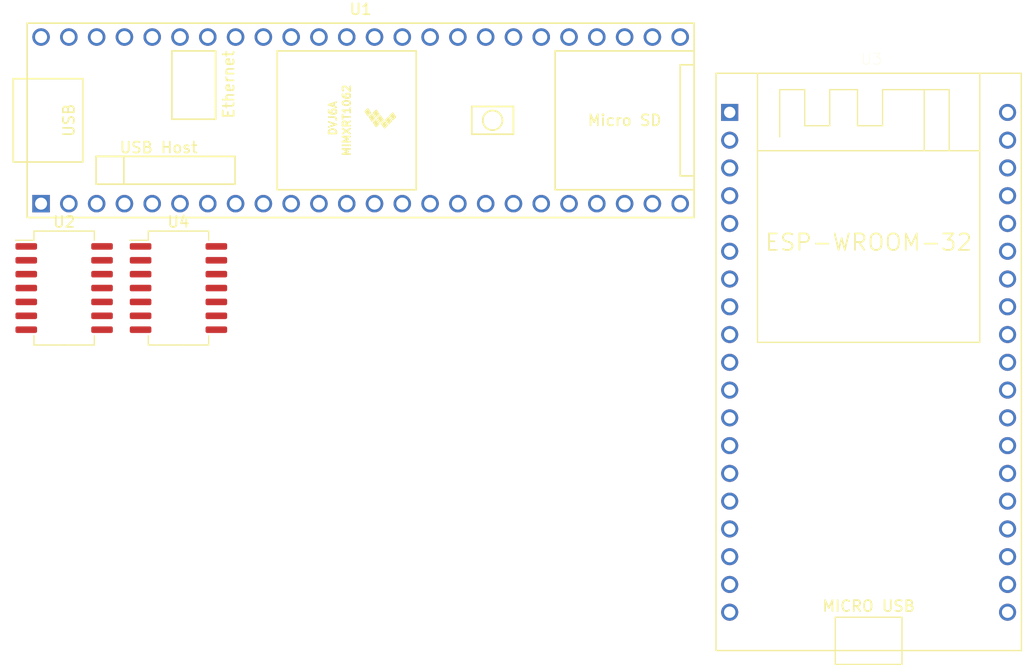
<source format=kicad_pcb>
(kicad_pcb (version 20171130) (host pcbnew "(5.1.9-0-10_14)")

  (general
    (thickness 1.6)
    (drawings 0)
    (tracks 0)
    (zones 0)
    (modules 4)
    (nets 115)
  )

  (page A4)
  (layers
    (0 F.Cu signal)
    (31 B.Cu signal)
    (32 B.Adhes user)
    (33 F.Adhes user)
    (34 B.Paste user)
    (35 F.Paste user)
    (36 B.SilkS user)
    (37 F.SilkS user)
    (38 B.Mask user)
    (39 F.Mask user)
    (40 Dwgs.User user)
    (41 Cmts.User user)
    (42 Eco1.User user)
    (43 Eco2.User user)
    (44 Edge.Cuts user)
    (45 Margin user)
    (46 B.CrtYd user)
    (47 F.CrtYd user)
    (48 B.Fab user)
    (49 F.Fab user)
  )

  (setup
    (last_trace_width 0.25)
    (trace_clearance 0.2)
    (zone_clearance 0.508)
    (zone_45_only no)
    (trace_min 0.2)
    (via_size 0.8)
    (via_drill 0.4)
    (via_min_size 0.4)
    (via_min_drill 0.3)
    (uvia_size 0.3)
    (uvia_drill 0.1)
    (uvias_allowed no)
    (uvia_min_size 0.2)
    (uvia_min_drill 0.1)
    (edge_width 0.05)
    (segment_width 0.2)
    (pcb_text_width 0.3)
    (pcb_text_size 1.5 1.5)
    (mod_edge_width 0.12)
    (mod_text_size 1 1)
    (mod_text_width 0.15)
    (pad_size 1.524 1.524)
    (pad_drill 0.762)
    (pad_to_mask_clearance 0)
    (aux_axis_origin 0 0)
    (visible_elements FFFFFF7F)
    (pcbplotparams
      (layerselection 0x010fc_ffffffff)
      (usegerberextensions false)
      (usegerberattributes true)
      (usegerberadvancedattributes true)
      (creategerberjobfile true)
      (excludeedgelayer true)
      (linewidth 0.100000)
      (plotframeref false)
      (viasonmask false)
      (mode 1)
      (useauxorigin false)
      (hpglpennumber 1)
      (hpglpenspeed 20)
      (hpglpendiameter 15.000000)
      (psnegative false)
      (psa4output false)
      (plotreference true)
      (plotvalue true)
      (plotinvisibletext false)
      (padsonsilk false)
      (subtractmaskfromsilk false)
      (outputformat 1)
      (mirror false)
      (drillshape 1)
      (scaleselection 1)
      (outputdirectory ""))
  )

  (net 0 "")
  (net 1 "Net-(U1-Pad17)")
  (net 2 "Net-(U1-Pad18)")
  (net 3 "Net-(U1-Pad19)")
  (net 4 "Net-(U1-Pad20)")
  (net 5 "Net-(U1-Pad16)")
  (net 6 "Net-(U1-Pad15)")
  (net 7 "Net-(U1-Pad14)")
  (net 8 "Net-(U1-Pad21)")
  (net 9 "Net-(U1-Pad22)")
  (net 10 "Net-(U1-Pad23)")
  (net 11 "Net-(U1-Pad24)")
  (net 12 "Net-(U1-Pad25)")
  (net 13 "Net-(U1-Pad26)")
  (net 14 "Net-(U1-Pad27)")
  (net 15 "Net-(U1-Pad28)")
  (net 16 "Net-(U1-Pad29)")
  (net 17 "Net-(U1-Pad30)")
  (net 18 "Net-(U1-Pad31)")
  (net 19 "Net-(U1-Pad32)")
  (net 20 "Net-(U1-Pad33)")
  (net 21 "Net-(U1-Pad34)")
  (net 22 "Net-(U1-Pad13)")
  (net 23 "Net-(U1-Pad12)")
  (net 24 "Net-(U1-Pad11)")
  (net 25 "Net-(U1-Pad10)")
  (net 26 "Net-(U1-Pad9)")
  (net 27 "Net-(U1-Pad8)")
  (net 28 "Net-(U1-Pad7)")
  (net 29 "Net-(U1-Pad6)")
  (net 30 "Net-(U1-Pad5)")
  (net 31 "Net-(U1-Pad4)")
  (net 32 "Net-(U1-Pad3)")
  (net 33 "Net-(U1-Pad2)")
  (net 34 "Net-(U1-Pad1)")
  (net 35 "Net-(U1-Pad35)")
  (net 36 "Net-(U1-Pad36)")
  (net 37 "Net-(U1-Pad37)")
  (net 38 "Net-(U1-Pad38)")
  (net 39 "Net-(U1-Pad39)")
  (net 40 "Net-(U1-Pad40)")
  (net 41 "Net-(U1-Pad41)")
  (net 42 "Net-(U1-Pad42)")
  (net 43 "Net-(U1-Pad43)")
  (net 44 "Net-(U1-Pad44)")
  (net 45 "Net-(U1-Pad45)")
  (net 46 "Net-(U1-Pad46)")
  (net 47 "Net-(U1-Pad47)")
  (net 48 "Net-(U1-Pad48)")
  (net 49 "Net-(U2-Pad14)")
  (net 50 "Net-(U2-Pad13)")
  (net 51 "Net-(U2-Pad12)")
  (net 52 "Net-(U2-Pad11)")
  (net 53 "Net-(U2-Pad10)")
  (net 54 "Net-(U2-Pad9)")
  (net 55 "Net-(U2-Pad8)")
  (net 56 "Net-(U2-Pad7)")
  (net 57 "Net-(U2-Pad6)")
  (net 58 "Net-(U2-Pad5)")
  (net 59 "Net-(U2-Pad4)")
  (net 60 "Net-(U2-Pad3)")
  (net 61 "Net-(U2-Pad2)")
  (net 62 "Net-(U2-Pad1)")
  (net 63 "Net-(U3-Pad38)")
  (net 64 "Net-(U3-Pad37)")
  (net 65 "Net-(U3-Pad36)")
  (net 66 "Net-(U3-Pad35)")
  (net 67 "Net-(U3-Pad34)")
  (net 68 "Net-(U3-Pad33)")
  (net 69 "Net-(U3-Pad32)")
  (net 70 "Net-(U3-Pad31)")
  (net 71 "Net-(U3-Pad30)")
  (net 72 "Net-(U3-Pad29)")
  (net 73 "Net-(U3-Pad28)")
  (net 74 "Net-(U3-Pad27)")
  (net 75 "Net-(U3-Pad26)")
  (net 76 "Net-(U3-Pad25)")
  (net 77 "Net-(U3-Pad24)")
  (net 78 "Net-(U3-Pad23)")
  (net 79 "Net-(U3-Pad22)")
  (net 80 "Net-(U3-Pad21)")
  (net 81 "Net-(U3-Pad20)")
  (net 82 "Net-(U3-Pad18)")
  (net 83 "Net-(U3-Pad17)")
  (net 84 "Net-(U3-Pad16)")
  (net 85 "Net-(U3-Pad15)")
  (net 86 "Net-(U3-Pad14)")
  (net 87 "Net-(U3-Pad13)")
  (net 88 "Net-(U3-Pad12)")
  (net 89 "Net-(U3-Pad11)")
  (net 90 "Net-(U3-Pad10)")
  (net 91 "Net-(U3-Pad9)")
  (net 92 "Net-(U3-Pad8)")
  (net 93 "Net-(U3-Pad7)")
  (net 94 "Net-(U3-Pad6)")
  (net 95 "Net-(U3-Pad5)")
  (net 96 "Net-(U3-Pad4)")
  (net 97 "Net-(U3-Pad3)")
  (net 98 "Net-(U3-Pad19)")
  (net 99 "Net-(U3-Pad2)")
  (net 100 "Net-(U3-Pad1)")
  (net 101 "Net-(U4-Pad14)")
  (net 102 "Net-(U4-Pad13)")
  (net 103 "Net-(U4-Pad12)")
  (net 104 "Net-(U4-Pad11)")
  (net 105 "Net-(U4-Pad10)")
  (net 106 "Net-(U4-Pad9)")
  (net 107 "Net-(U4-Pad8)")
  (net 108 "Net-(U4-Pad7)")
  (net 109 "Net-(U4-Pad6)")
  (net 110 "Net-(U4-Pad5)")
  (net 111 "Net-(U4-Pad4)")
  (net 112 "Net-(U4-Pad3)")
  (net 113 "Net-(U4-Pad2)")
  (net 114 "Net-(U4-Pad1)")

  (net_class Default "This is the default net class."
    (clearance 0.2)
    (trace_width 0.25)
    (via_dia 0.8)
    (via_drill 0.4)
    (uvia_dia 0.3)
    (uvia_drill 0.1)
    (add_net "Net-(U1-Pad1)")
    (add_net "Net-(U1-Pad10)")
    (add_net "Net-(U1-Pad11)")
    (add_net "Net-(U1-Pad12)")
    (add_net "Net-(U1-Pad13)")
    (add_net "Net-(U1-Pad14)")
    (add_net "Net-(U1-Pad15)")
    (add_net "Net-(U1-Pad16)")
    (add_net "Net-(U1-Pad17)")
    (add_net "Net-(U1-Pad18)")
    (add_net "Net-(U1-Pad19)")
    (add_net "Net-(U1-Pad2)")
    (add_net "Net-(U1-Pad20)")
    (add_net "Net-(U1-Pad21)")
    (add_net "Net-(U1-Pad22)")
    (add_net "Net-(U1-Pad23)")
    (add_net "Net-(U1-Pad24)")
    (add_net "Net-(U1-Pad25)")
    (add_net "Net-(U1-Pad26)")
    (add_net "Net-(U1-Pad27)")
    (add_net "Net-(U1-Pad28)")
    (add_net "Net-(U1-Pad29)")
    (add_net "Net-(U1-Pad3)")
    (add_net "Net-(U1-Pad30)")
    (add_net "Net-(U1-Pad31)")
    (add_net "Net-(U1-Pad32)")
    (add_net "Net-(U1-Pad33)")
    (add_net "Net-(U1-Pad34)")
    (add_net "Net-(U1-Pad35)")
    (add_net "Net-(U1-Pad36)")
    (add_net "Net-(U1-Pad37)")
    (add_net "Net-(U1-Pad38)")
    (add_net "Net-(U1-Pad39)")
    (add_net "Net-(U1-Pad4)")
    (add_net "Net-(U1-Pad40)")
    (add_net "Net-(U1-Pad41)")
    (add_net "Net-(U1-Pad42)")
    (add_net "Net-(U1-Pad43)")
    (add_net "Net-(U1-Pad44)")
    (add_net "Net-(U1-Pad45)")
    (add_net "Net-(U1-Pad46)")
    (add_net "Net-(U1-Pad47)")
    (add_net "Net-(U1-Pad48)")
    (add_net "Net-(U1-Pad5)")
    (add_net "Net-(U1-Pad6)")
    (add_net "Net-(U1-Pad7)")
    (add_net "Net-(U1-Pad8)")
    (add_net "Net-(U1-Pad9)")
    (add_net "Net-(U2-Pad1)")
    (add_net "Net-(U2-Pad10)")
    (add_net "Net-(U2-Pad11)")
    (add_net "Net-(U2-Pad12)")
    (add_net "Net-(U2-Pad13)")
    (add_net "Net-(U2-Pad14)")
    (add_net "Net-(U2-Pad2)")
    (add_net "Net-(U2-Pad3)")
    (add_net "Net-(U2-Pad4)")
    (add_net "Net-(U2-Pad5)")
    (add_net "Net-(U2-Pad6)")
    (add_net "Net-(U2-Pad7)")
    (add_net "Net-(U2-Pad8)")
    (add_net "Net-(U2-Pad9)")
    (add_net "Net-(U3-Pad1)")
    (add_net "Net-(U3-Pad10)")
    (add_net "Net-(U3-Pad11)")
    (add_net "Net-(U3-Pad12)")
    (add_net "Net-(U3-Pad13)")
    (add_net "Net-(U3-Pad14)")
    (add_net "Net-(U3-Pad15)")
    (add_net "Net-(U3-Pad16)")
    (add_net "Net-(U3-Pad17)")
    (add_net "Net-(U3-Pad18)")
    (add_net "Net-(U3-Pad19)")
    (add_net "Net-(U3-Pad2)")
    (add_net "Net-(U3-Pad20)")
    (add_net "Net-(U3-Pad21)")
    (add_net "Net-(U3-Pad22)")
    (add_net "Net-(U3-Pad23)")
    (add_net "Net-(U3-Pad24)")
    (add_net "Net-(U3-Pad25)")
    (add_net "Net-(U3-Pad26)")
    (add_net "Net-(U3-Pad27)")
    (add_net "Net-(U3-Pad28)")
    (add_net "Net-(U3-Pad29)")
    (add_net "Net-(U3-Pad3)")
    (add_net "Net-(U3-Pad30)")
    (add_net "Net-(U3-Pad31)")
    (add_net "Net-(U3-Pad32)")
    (add_net "Net-(U3-Pad33)")
    (add_net "Net-(U3-Pad34)")
    (add_net "Net-(U3-Pad35)")
    (add_net "Net-(U3-Pad36)")
    (add_net "Net-(U3-Pad37)")
    (add_net "Net-(U3-Pad38)")
    (add_net "Net-(U3-Pad4)")
    (add_net "Net-(U3-Pad5)")
    (add_net "Net-(U3-Pad6)")
    (add_net "Net-(U3-Pad7)")
    (add_net "Net-(U3-Pad8)")
    (add_net "Net-(U3-Pad9)")
    (add_net "Net-(U4-Pad1)")
    (add_net "Net-(U4-Pad10)")
    (add_net "Net-(U4-Pad11)")
    (add_net "Net-(U4-Pad12)")
    (add_net "Net-(U4-Pad13)")
    (add_net "Net-(U4-Pad14)")
    (add_net "Net-(U4-Pad2)")
    (add_net "Net-(U4-Pad3)")
    (add_net "Net-(U4-Pad4)")
    (add_net "Net-(U4-Pad5)")
    (add_net "Net-(U4-Pad6)")
    (add_net "Net-(U4-Pad7)")
    (add_net "Net-(U4-Pad8)")
    (add_net "Net-(U4-Pad9)")
  )

  (module ESP32-DEVKITC-32D:MODULE_ESP32-DEVKITC-32D (layer F.Cu) (tedit 60C1C881) (tstamp 60C24D82)
    (at 159.540001 105.470001)
    (path /60C1B9A1)
    (fp_text reference U3 (at 0.254 -24.638) (layer F.SilkS)
      (effects (font (size 1.000386 1.000386) (thickness 0.015)))
    )
    (fp_text value ESP32-DEVKITC-32D (at 0 13.208) (layer F.Fab)
      (effects (font (size 1.001047 1.001047) (thickness 0.015)))
    )
    (fp_text user "MICRO USB" (at 0 25.4) (layer F.SilkS)
      (effects (font (size 1 1) (thickness 0.15)))
    )
    (fp_text user ESP-WROOM-32 (at 0 -7.874) (layer F.SilkS)
      (effects (font (size 1.5 1.5) (thickness 0.15)))
    )
    (fp_line (start 10.16 1.27) (end 10.16 -23.368) (layer F.SilkS) (width 0.12))
    (fp_line (start -10.16 -16.256) (end 10.16 -16.256) (layer F.SilkS) (width 0.12))
    (fp_line (start -10.16 -23.3172) (end -10.16 1.27) (layer F.SilkS) (width 0.12))
    (fp_line (start -13.95 -23.34) (end 13.95 -23.34) (layer F.Fab) (width 0.127))
    (fp_line (start 13.95 -23.34) (end 13.95 29.536) (layer F.Fab) (width 0.127))
    (fp_line (start 13.95 29.536) (end -13.95 29.536) (layer F.Fab) (width 0.127))
    (fp_line (start -13.95 29.536) (end -13.95 -23.34) (layer F.Fab) (width 0.127))
    (fp_line (start -13.95 29.464) (end -13.95 -23.34) (layer F.SilkS) (width 0.127))
    (fp_line (start -13.95 -23.34) (end 13.95 -23.34) (layer F.SilkS) (width 0.127))
    (fp_line (start 13.95 -23.34) (end 13.97 29.464) (layer F.SilkS) (width 0.127))
    (fp_line (start 13.95 29.464) (end -13.95 29.464) (layer F.SilkS) (width 0.127))
    (fp_line (start -14.2 -23.59) (end 14.2 -23.59) (layer F.CrtYd) (width 0.05))
    (fp_line (start 14.2 -23.59) (end 14.2 29.786) (layer F.CrtYd) (width 0.05))
    (fp_line (start 14.2 29.786) (end -14.2 29.786) (layer F.CrtYd) (width 0.05))
    (fp_line (start -14.2 29.718) (end -14.2 -23.59) (layer F.CrtYd) (width 0.05))
    (fp_circle (center -14.6 -19.9) (end -14.46 -19.9) (layer F.Fab) (width 0.28))
    (fp_circle (center -14.6 -19.9) (end -14.46 -19.9) (layer F.Fab) (width 0.28))
    (fp_line (start -10.16 1.27) (end 10.16 1.27) (layer F.SilkS) (width 0.12))
    (fp_line (start -3.048 30.734) (end -3.048 26.416) (layer F.SilkS) (width 0.12))
    (fp_line (start -3.048 26.416) (end 3.048 26.416) (layer F.SilkS) (width 0.12))
    (fp_line (start 3.048 26.416) (end 3.048 30.734) (layer F.SilkS) (width 0.12))
    (fp_line (start 3.048 30.734) (end -3.048 30.734) (layer F.SilkS) (width 0.12))
    (fp_line (start 7.366 -16.256) (end 7.366 -21.844) (layer F.SilkS) (width 0.12))
    (fp_line (start 7.366 -21.844) (end 1.27 -21.844) (layer F.SilkS) (width 0.12))
    (fp_line (start 1.27 -21.844) (end 1.27 -18.542) (layer F.SilkS) (width 0.12))
    (fp_line (start 1.27 -18.542) (end -1.016 -18.542) (layer F.SilkS) (width 0.12))
    (fp_line (start -1.016 -18.542) (end -1.016 -21.844) (layer F.SilkS) (width 0.12))
    (fp_line (start -1.016 -21.844) (end -3.556 -21.844) (layer F.SilkS) (width 0.12))
    (fp_line (start -3.556 -21.844) (end -3.556 -18.542) (layer F.SilkS) (width 0.12))
    (fp_line (start -3.556 -18.542) (end -5.842 -18.542) (layer F.SilkS) (width 0.12))
    (fp_line (start -5.842 -18.542) (end -5.842 -21.844) (layer F.SilkS) (width 0.12))
    (fp_line (start -5.842 -21.844) (end -8.128 -21.844) (layer F.SilkS) (width 0.12))
    (fp_line (start -8.128 -21.844) (end -8.128 -17.526) (layer F.SilkS) (width 0.12))
    (fp_line (start 5.08 -16.256) (end 5.08 -21.844) (layer F.SilkS) (width 0.12))
    (pad 38 thru_hole circle (at 12.7 25.96) (size 1.56 1.56) (drill 1.04) (layers *.Cu *.Mask)
      (net 63 "Net-(U3-Pad38)"))
    (pad 37 thru_hole circle (at 12.7 23.42) (size 1.56 1.56) (drill 1.04) (layers *.Cu *.Mask)
      (net 64 "Net-(U3-Pad37)"))
    (pad 36 thru_hole circle (at 12.7 20.88) (size 1.56 1.56) (drill 1.04) (layers *.Cu *.Mask)
      (net 65 "Net-(U3-Pad36)"))
    (pad 35 thru_hole circle (at 12.7 18.34) (size 1.56 1.56) (drill 1.04) (layers *.Cu *.Mask)
      (net 66 "Net-(U3-Pad35)"))
    (pad 34 thru_hole circle (at 12.7 15.8) (size 1.56 1.56) (drill 1.04) (layers *.Cu *.Mask)
      (net 67 "Net-(U3-Pad34)"))
    (pad 33 thru_hole circle (at 12.7 13.26) (size 1.56 1.56) (drill 1.04) (layers *.Cu *.Mask)
      (net 68 "Net-(U3-Pad33)"))
    (pad 32 thru_hole circle (at 12.7 10.72) (size 1.56 1.56) (drill 1.04) (layers *.Cu *.Mask)
      (net 69 "Net-(U3-Pad32)"))
    (pad 31 thru_hole circle (at 12.7 8.18) (size 1.56 1.56) (drill 1.04) (layers *.Cu *.Mask)
      (net 70 "Net-(U3-Pad31)"))
    (pad 30 thru_hole circle (at 12.7 5.64) (size 1.56 1.56) (drill 1.04) (layers *.Cu *.Mask)
      (net 71 "Net-(U3-Pad30)"))
    (pad 29 thru_hole circle (at 12.7 3.1) (size 1.56 1.56) (drill 1.04) (layers *.Cu *.Mask)
      (net 72 "Net-(U3-Pad29)"))
    (pad 28 thru_hole circle (at 12.7 0.56) (size 1.56 1.56) (drill 1.04) (layers *.Cu *.Mask)
      (net 73 "Net-(U3-Pad28)"))
    (pad 27 thru_hole circle (at 12.7 -1.98) (size 1.56 1.56) (drill 1.04) (layers *.Cu *.Mask)
      (net 74 "Net-(U3-Pad27)"))
    (pad 26 thru_hole circle (at 12.7 -4.52) (size 1.56 1.56) (drill 1.04) (layers *.Cu *.Mask)
      (net 75 "Net-(U3-Pad26)"))
    (pad 25 thru_hole circle (at 12.7 -7.06) (size 1.56 1.56) (drill 1.04) (layers *.Cu *.Mask)
      (net 76 "Net-(U3-Pad25)"))
    (pad 24 thru_hole circle (at 12.7 -9.6) (size 1.56 1.56) (drill 1.04) (layers *.Cu *.Mask)
      (net 77 "Net-(U3-Pad24)"))
    (pad 23 thru_hole circle (at 12.7 -12.14) (size 1.56 1.56) (drill 1.04) (layers *.Cu *.Mask)
      (net 78 "Net-(U3-Pad23)"))
    (pad 22 thru_hole circle (at 12.7 -14.68) (size 1.56 1.56) (drill 1.04) (layers *.Cu *.Mask)
      (net 79 "Net-(U3-Pad22)"))
    (pad 21 thru_hole circle (at 12.7 -17.22) (size 1.56 1.56) (drill 1.04) (layers *.Cu *.Mask)
      (net 80 "Net-(U3-Pad21)"))
    (pad 20 thru_hole circle (at 12.7 -19.76) (size 1.56 1.56) (drill 1.04) (layers *.Cu *.Mask)
      (net 81 "Net-(U3-Pad20)"))
    (pad 18 thru_hole circle (at -12.7 23.42) (size 1.56 1.56) (drill 1.04) (layers *.Cu *.Mask)
      (net 82 "Net-(U3-Pad18)"))
    (pad 17 thru_hole circle (at -12.7 20.88) (size 1.56 1.56) (drill 1.04) (layers *.Cu *.Mask)
      (net 83 "Net-(U3-Pad17)"))
    (pad 16 thru_hole circle (at -12.7 18.34) (size 1.56 1.56) (drill 1.04) (layers *.Cu *.Mask)
      (net 84 "Net-(U3-Pad16)"))
    (pad 15 thru_hole circle (at -12.7 15.8) (size 1.56 1.56) (drill 1.04) (layers *.Cu *.Mask)
      (net 85 "Net-(U3-Pad15)"))
    (pad 14 thru_hole circle (at -12.7 13.26) (size 1.56 1.56) (drill 1.04) (layers *.Cu *.Mask)
      (net 86 "Net-(U3-Pad14)"))
    (pad 13 thru_hole circle (at -12.7 10.72) (size 1.56 1.56) (drill 1.04) (layers *.Cu *.Mask)
      (net 87 "Net-(U3-Pad13)"))
    (pad 12 thru_hole circle (at -12.7 8.18) (size 1.56 1.56) (drill 1.04) (layers *.Cu *.Mask)
      (net 88 "Net-(U3-Pad12)"))
    (pad 11 thru_hole circle (at -12.7 5.64) (size 1.56 1.56) (drill 1.04) (layers *.Cu *.Mask)
      (net 89 "Net-(U3-Pad11)"))
    (pad 10 thru_hole circle (at -12.7 3.1) (size 1.56 1.56) (drill 1.04) (layers *.Cu *.Mask)
      (net 90 "Net-(U3-Pad10)"))
    (pad 9 thru_hole circle (at -12.7 0.56) (size 1.56 1.56) (drill 1.04) (layers *.Cu *.Mask)
      (net 91 "Net-(U3-Pad9)"))
    (pad 8 thru_hole circle (at -12.7 -1.98) (size 1.56 1.56) (drill 1.04) (layers *.Cu *.Mask)
      (net 92 "Net-(U3-Pad8)"))
    (pad 7 thru_hole circle (at -12.7 -4.52) (size 1.56 1.56) (drill 1.04) (layers *.Cu *.Mask)
      (net 93 "Net-(U3-Pad7)"))
    (pad 6 thru_hole circle (at -12.7 -7.06) (size 1.56 1.56) (drill 1.04) (layers *.Cu *.Mask)
      (net 94 "Net-(U3-Pad6)"))
    (pad 5 thru_hole circle (at -12.7 -9.6) (size 1.56 1.56) (drill 1.04) (layers *.Cu *.Mask)
      (net 95 "Net-(U3-Pad5)"))
    (pad 4 thru_hole circle (at -12.7 -12.14) (size 1.56 1.56) (drill 1.04) (layers *.Cu *.Mask)
      (net 96 "Net-(U3-Pad4)"))
    (pad 3 thru_hole circle (at -12.7 -14.68) (size 1.56 1.56) (drill 1.04) (layers *.Cu *.Mask)
      (net 97 "Net-(U3-Pad3)"))
    (pad 19 thru_hole circle (at -12.7 25.96) (size 1.56 1.56) (drill 1.04) (layers *.Cu *.Mask)
      (net 98 "Net-(U3-Pad19)"))
    (pad 2 thru_hole circle (at -12.7 -17.22) (size 1.56 1.56) (drill 1.04) (layers *.Cu *.Mask)
      (net 99 "Net-(U3-Pad2)"))
    (pad 1 thru_hole rect (at -12.7 -19.76) (size 1.56 1.56) (drill 1.04) (layers *.Cu *.Mask)
      (net 100 "Net-(U3-Pad1)"))
  )

  (module Package_SO:SO-14_5.3x10.2mm_P1.27mm (layer F.Cu) (tedit 5EA5315B) (tstamp 60C24DA7)
    (at 96.455001 101.775001)
    (descr "SO, 14 Pin (https://www.ti.com/lit/ml/msop002a/msop002a.pdf), generated with kicad-footprint-generator ipc_gullwing_generator.py")
    (tags "SO SO")
    (path /60C22114)
    (attr smd)
    (fp_text reference U4 (at 0 -6.05) (layer F.SilkS)
      (effects (font (size 1 1) (thickness 0.15)))
    )
    (fp_text value SN74HC14N (at 0 6.05) (layer F.Fab)
      (effects (font (size 1 1) (thickness 0.15)))
    )
    (fp_text user %R (at 0 0) (layer F.Fab)
      (effects (font (size 1 1) (thickness 0.15)))
    )
    (fp_line (start 0 5.21) (end 2.76 5.21) (layer F.SilkS) (width 0.12))
    (fp_line (start 2.76 5.21) (end 2.76 4.37) (layer F.SilkS) (width 0.12))
    (fp_line (start 0 5.21) (end -2.76 5.21) (layer F.SilkS) (width 0.12))
    (fp_line (start -2.76 5.21) (end -2.76 4.37) (layer F.SilkS) (width 0.12))
    (fp_line (start 0 -5.21) (end 2.76 -5.21) (layer F.SilkS) (width 0.12))
    (fp_line (start 2.76 -5.21) (end 2.76 -4.37) (layer F.SilkS) (width 0.12))
    (fp_line (start 0 -5.21) (end -2.76 -5.21) (layer F.SilkS) (width 0.12))
    (fp_line (start -2.76 -5.21) (end -2.76 -4.37) (layer F.SilkS) (width 0.12))
    (fp_line (start -2.76 -4.37) (end -4.45 -4.37) (layer F.SilkS) (width 0.12))
    (fp_line (start -1.65 -5.1) (end 2.65 -5.1) (layer F.Fab) (width 0.1))
    (fp_line (start 2.65 -5.1) (end 2.65 5.1) (layer F.Fab) (width 0.1))
    (fp_line (start 2.65 5.1) (end -2.65 5.1) (layer F.Fab) (width 0.1))
    (fp_line (start -2.65 5.1) (end -2.65 -4.1) (layer F.Fab) (width 0.1))
    (fp_line (start -2.65 -4.1) (end -1.65 -5.1) (layer F.Fab) (width 0.1))
    (fp_line (start -4.7 -5.35) (end -4.7 5.35) (layer F.CrtYd) (width 0.05))
    (fp_line (start -4.7 5.35) (end 4.7 5.35) (layer F.CrtYd) (width 0.05))
    (fp_line (start 4.7 5.35) (end 4.7 -5.35) (layer F.CrtYd) (width 0.05))
    (fp_line (start 4.7 -5.35) (end -4.7 -5.35) (layer F.CrtYd) (width 0.05))
    (pad 14 smd roundrect (at 3.4625 -3.81) (size 1.975 0.6) (layers F.Cu F.Paste F.Mask) (roundrect_rratio 0.25)
      (net 101 "Net-(U4-Pad14)"))
    (pad 13 smd roundrect (at 3.4625 -2.54) (size 1.975 0.6) (layers F.Cu F.Paste F.Mask) (roundrect_rratio 0.25)
      (net 102 "Net-(U4-Pad13)"))
    (pad 12 smd roundrect (at 3.4625 -1.27) (size 1.975 0.6) (layers F.Cu F.Paste F.Mask) (roundrect_rratio 0.25)
      (net 103 "Net-(U4-Pad12)"))
    (pad 11 smd roundrect (at 3.4625 0) (size 1.975 0.6) (layers F.Cu F.Paste F.Mask) (roundrect_rratio 0.25)
      (net 104 "Net-(U4-Pad11)"))
    (pad 10 smd roundrect (at 3.4625 1.27) (size 1.975 0.6) (layers F.Cu F.Paste F.Mask) (roundrect_rratio 0.25)
      (net 105 "Net-(U4-Pad10)"))
    (pad 9 smd roundrect (at 3.4625 2.54) (size 1.975 0.6) (layers F.Cu F.Paste F.Mask) (roundrect_rratio 0.25)
      (net 106 "Net-(U4-Pad9)"))
    (pad 8 smd roundrect (at 3.4625 3.81) (size 1.975 0.6) (layers F.Cu F.Paste F.Mask) (roundrect_rratio 0.25)
      (net 107 "Net-(U4-Pad8)"))
    (pad 7 smd roundrect (at -3.4625 3.81) (size 1.975 0.6) (layers F.Cu F.Paste F.Mask) (roundrect_rratio 0.25)
      (net 108 "Net-(U4-Pad7)"))
    (pad 6 smd roundrect (at -3.4625 2.54) (size 1.975 0.6) (layers F.Cu F.Paste F.Mask) (roundrect_rratio 0.25)
      (net 109 "Net-(U4-Pad6)"))
    (pad 5 smd roundrect (at -3.4625 1.27) (size 1.975 0.6) (layers F.Cu F.Paste F.Mask) (roundrect_rratio 0.25)
      (net 110 "Net-(U4-Pad5)"))
    (pad 4 smd roundrect (at -3.4625 0) (size 1.975 0.6) (layers F.Cu F.Paste F.Mask) (roundrect_rratio 0.25)
      (net 111 "Net-(U4-Pad4)"))
    (pad 3 smd roundrect (at -3.4625 -1.27) (size 1.975 0.6) (layers F.Cu F.Paste F.Mask) (roundrect_rratio 0.25)
      (net 112 "Net-(U4-Pad3)"))
    (pad 2 smd roundrect (at -3.4625 -2.54) (size 1.975 0.6) (layers F.Cu F.Paste F.Mask) (roundrect_rratio 0.25)
      (net 113 "Net-(U4-Pad2)"))
    (pad 1 smd roundrect (at -3.4625 -3.81) (size 1.975 0.6) (layers F.Cu F.Paste F.Mask) (roundrect_rratio 0.25)
      (net 114 "Net-(U4-Pad1)"))
    (model ${KISYS3DMOD}/Package_SO.3dshapes/SO-14_5.3x10.2mm_P1.27mm.wrl
      (at (xyz 0 0 0))
      (scale (xyz 1 1 1))
      (rotate (xyz 0 0 0))
    )
  )

  (module Package_SO:SO-14_5.3x10.2mm_P1.27mm (layer F.Cu) (tedit 5EA5315B) (tstamp 60C24D46)
    (at 86.005001 101.775001)
    (descr "SO, 14 Pin (https://www.ti.com/lit/ml/msop002a/msop002a.pdf), generated with kicad-footprint-generator ipc_gullwing_generator.py")
    (tags "SO SO")
    (path /60C1C9BF)
    (attr smd)
    (fp_text reference U2 (at 0 -6.05) (layer F.SilkS)
      (effects (font (size 1 1) (thickness 0.15)))
    )
    (fp_text value SN74AHCT125N (at 0 6.05) (layer F.Fab)
      (effects (font (size 1 1) (thickness 0.15)))
    )
    (fp_text user %R (at 0 0) (layer F.Fab)
      (effects (font (size 1 1) (thickness 0.15)))
    )
    (fp_line (start 0 5.21) (end 2.76 5.21) (layer F.SilkS) (width 0.12))
    (fp_line (start 2.76 5.21) (end 2.76 4.37) (layer F.SilkS) (width 0.12))
    (fp_line (start 0 5.21) (end -2.76 5.21) (layer F.SilkS) (width 0.12))
    (fp_line (start -2.76 5.21) (end -2.76 4.37) (layer F.SilkS) (width 0.12))
    (fp_line (start 0 -5.21) (end 2.76 -5.21) (layer F.SilkS) (width 0.12))
    (fp_line (start 2.76 -5.21) (end 2.76 -4.37) (layer F.SilkS) (width 0.12))
    (fp_line (start 0 -5.21) (end -2.76 -5.21) (layer F.SilkS) (width 0.12))
    (fp_line (start -2.76 -5.21) (end -2.76 -4.37) (layer F.SilkS) (width 0.12))
    (fp_line (start -2.76 -4.37) (end -4.45 -4.37) (layer F.SilkS) (width 0.12))
    (fp_line (start -1.65 -5.1) (end 2.65 -5.1) (layer F.Fab) (width 0.1))
    (fp_line (start 2.65 -5.1) (end 2.65 5.1) (layer F.Fab) (width 0.1))
    (fp_line (start 2.65 5.1) (end -2.65 5.1) (layer F.Fab) (width 0.1))
    (fp_line (start -2.65 5.1) (end -2.65 -4.1) (layer F.Fab) (width 0.1))
    (fp_line (start -2.65 -4.1) (end -1.65 -5.1) (layer F.Fab) (width 0.1))
    (fp_line (start -4.7 -5.35) (end -4.7 5.35) (layer F.CrtYd) (width 0.05))
    (fp_line (start -4.7 5.35) (end 4.7 5.35) (layer F.CrtYd) (width 0.05))
    (fp_line (start 4.7 5.35) (end 4.7 -5.35) (layer F.CrtYd) (width 0.05))
    (fp_line (start 4.7 -5.35) (end -4.7 -5.35) (layer F.CrtYd) (width 0.05))
    (pad 14 smd roundrect (at 3.4625 -3.81) (size 1.975 0.6) (layers F.Cu F.Paste F.Mask) (roundrect_rratio 0.25)
      (net 49 "Net-(U2-Pad14)"))
    (pad 13 smd roundrect (at 3.4625 -2.54) (size 1.975 0.6) (layers F.Cu F.Paste F.Mask) (roundrect_rratio 0.25)
      (net 50 "Net-(U2-Pad13)"))
    (pad 12 smd roundrect (at 3.4625 -1.27) (size 1.975 0.6) (layers F.Cu F.Paste F.Mask) (roundrect_rratio 0.25)
      (net 51 "Net-(U2-Pad12)"))
    (pad 11 smd roundrect (at 3.4625 0) (size 1.975 0.6) (layers F.Cu F.Paste F.Mask) (roundrect_rratio 0.25)
      (net 52 "Net-(U2-Pad11)"))
    (pad 10 smd roundrect (at 3.4625 1.27) (size 1.975 0.6) (layers F.Cu F.Paste F.Mask) (roundrect_rratio 0.25)
      (net 53 "Net-(U2-Pad10)"))
    (pad 9 smd roundrect (at 3.4625 2.54) (size 1.975 0.6) (layers F.Cu F.Paste F.Mask) (roundrect_rratio 0.25)
      (net 54 "Net-(U2-Pad9)"))
    (pad 8 smd roundrect (at 3.4625 3.81) (size 1.975 0.6) (layers F.Cu F.Paste F.Mask) (roundrect_rratio 0.25)
      (net 55 "Net-(U2-Pad8)"))
    (pad 7 smd roundrect (at -3.4625 3.81) (size 1.975 0.6) (layers F.Cu F.Paste F.Mask) (roundrect_rratio 0.25)
      (net 56 "Net-(U2-Pad7)"))
    (pad 6 smd roundrect (at -3.4625 2.54) (size 1.975 0.6) (layers F.Cu F.Paste F.Mask) (roundrect_rratio 0.25)
      (net 57 "Net-(U2-Pad6)"))
    (pad 5 smd roundrect (at -3.4625 1.27) (size 1.975 0.6) (layers F.Cu F.Paste F.Mask) (roundrect_rratio 0.25)
      (net 58 "Net-(U2-Pad5)"))
    (pad 4 smd roundrect (at -3.4625 0) (size 1.975 0.6) (layers F.Cu F.Paste F.Mask) (roundrect_rratio 0.25)
      (net 59 "Net-(U2-Pad4)"))
    (pad 3 smd roundrect (at -3.4625 -1.27) (size 1.975 0.6) (layers F.Cu F.Paste F.Mask) (roundrect_rratio 0.25)
      (net 60 "Net-(U2-Pad3)"))
    (pad 2 smd roundrect (at -3.4625 -2.54) (size 1.975 0.6) (layers F.Cu F.Paste F.Mask) (roundrect_rratio 0.25)
      (net 61 "Net-(U2-Pad2)"))
    (pad 1 smd roundrect (at -3.4625 -3.81) (size 1.975 0.6) (layers F.Cu F.Paste F.Mask) (roundrect_rratio 0.25)
      (net 62 "Net-(U2-Pad1)"))
    (model ${KISYS3DMOD}/Package_SO.3dshapes/SO-14_5.3x10.2mm_P1.27mm.wrl
      (at (xyz 0 0 0))
      (scale (xyz 1 1 1))
      (rotate (xyz 0 0 0))
    )
  )

  (module teensy:Teensy41_OuterPinsOnly (layer F.Cu) (tedit 60C1B6BA) (tstamp 60C24D21)
    (at 113.105001 86.435001)
    (path /60C3A60C)
    (fp_text reference U1 (at 0 -10.16) (layer F.SilkS)
      (effects (font (size 1 1) (thickness 0.15)))
    )
    (fp_text value Teensy4.1 (at 0 10.16) (layer F.Fab)
      (effects (font (size 1 1) (thickness 0.15)))
    )
    (fp_text user DVJ6A (at -2.54 -0.18 -90) (layer F.SilkS)
      (effects (font (size 0.7 0.7) (thickness 0.15)))
    )
    (fp_text user MIMXRT1062 (at -1.27 0 -90) (layer F.SilkS)
      (effects (font (size 0.7 0.7) (thickness 0.15)))
    )
    (fp_text user "Micro SD" (at 24.13 0) (layer F.SilkS)
      (effects (font (size 1 1) (thickness 0.15)))
    )
    (fp_text user USB (at -26.67 0 270) (layer F.SilkS)
      (effects (font (size 1 1) (thickness 0.15)))
    )
    (fp_text user Ethernet (at -12.065 -3.2766 90) (layer F.SilkS)
      (effects (font (size 1 1) (thickness 0.15)))
    )
    (fp_text user "USB Host" (at -18.4658 2.4892) (layer F.SilkS)
      (effects (font (size 1 1) (thickness 0.15)))
    )
    (fp_circle (center 12.065 0) (end 12.7 -0.635) (layer F.SilkS) (width 0.15))
    (fp_line (start -7.62 -6.35) (end -7.62 6.35) (layer F.SilkS) (width 0.15))
    (fp_line (start 5.08 -6.35) (end -7.62 -6.35) (layer F.SilkS) (width 0.15))
    (fp_line (start 5.08 6.35) (end 5.08 -6.35) (layer F.SilkS) (width 0.15))
    (fp_line (start -7.62 6.35) (end 5.08 6.35) (layer F.SilkS) (width 0.15))
    (fp_line (start -17.25 -6.3516) (end -17.25 -6.1016) (layer F.SilkS) (width 0.15))
    (fp_line (start -13.25 -6.3516) (end -17.25 -6.3516) (layer F.SilkS) (width 0.15))
    (fp_line (start -13.25 -0.1016) (end -13.25 -6.3516) (layer F.SilkS) (width 0.15))
    (fp_line (start -17.25 -0.1016) (end -13.25 -0.1016) (layer F.SilkS) (width 0.15))
    (fp_line (start -17.25 -6.1016) (end -17.25 -0.1016) (layer F.SilkS) (width 0.15))
    (fp_line (start -21.6408 3.2992) (end -21.6408 5.8392) (layer F.SilkS) (width 0.15))
    (fp_line (start -24.1808 3.2992) (end -21.6408 3.2992) (layer F.SilkS) (width 0.15))
    (fp_line (start -24.1808 5.8392) (end -24.1808 3.2992) (layer F.SilkS) (width 0.15))
    (fp_line (start -11.4808 5.8392) (end -24.1808 5.8392) (layer F.SilkS) (width 0.15))
    (fp_line (start -11.4808 3.2992) (end -11.4808 5.8392) (layer F.SilkS) (width 0.15))
    (fp_line (start -24.1808 3.2992) (end -11.4808 3.2992) (layer F.SilkS) (width 0.15))
    (fp_line (start 10.16 -1.27) (end 13.97 -1.27) (layer F.SilkS) (width 0.15))
    (fp_line (start 10.16 1.27) (end 10.16 -1.27) (layer F.SilkS) (width 0.15))
    (fp_line (start 13.97 1.27) (end 10.16 1.27) (layer F.SilkS) (width 0.15))
    (fp_line (start 13.97 -1.27) (end 13.97 1.27) (layer F.SilkS) (width 0.15))
    (fp_line (start 29.21 5.08) (end 30.48 5.08) (layer F.SilkS) (width 0.15))
    (fp_line (start 29.21 -5.08) (end 29.21 5.08) (layer F.SilkS) (width 0.15))
    (fp_line (start 30.48 -5.08) (end 29.21 -5.08) (layer F.SilkS) (width 0.15))
    (fp_line (start 17.78 6.35) (end 30.48 6.35) (layer F.SilkS) (width 0.15))
    (fp_line (start 17.78 -6.35) (end 17.78 6.35) (layer F.SilkS) (width 0.15))
    (fp_line (start 30.48 -6.35) (end 17.78 -6.35) (layer F.SilkS) (width 0.15))
    (fp_line (start -30.48 3.81) (end -31.75 3.81) (layer F.SilkS) (width 0.15))
    (fp_line (start -31.75 3.81) (end -31.75 -3.81) (layer F.SilkS) (width 0.15))
    (fp_line (start -31.75 -3.81) (end -30.48 -3.81) (layer F.SilkS) (width 0.15))
    (fp_line (start -25.4 3.81) (end -25.4 -3.81) (layer F.SilkS) (width 0.15))
    (fp_line (start -25.4 -3.81) (end -30.48 -3.81) (layer F.SilkS) (width 0.15))
    (fp_line (start -25.4 3.81) (end -30.48 3.81) (layer F.SilkS) (width 0.15))
    (fp_line (start -30.48 -8.89) (end 30.48 -8.89) (layer F.SilkS) (width 0.15))
    (fp_line (start 30.48 -8.89) (end 30.48 8.89) (layer F.SilkS) (width 0.15))
    (fp_line (start 30.48 8.89) (end -30.48 8.89) (layer F.SilkS) (width 0.15))
    (fp_line (start -30.48 8.89) (end -30.48 -8.89) (layer F.SilkS) (width 0.15))
    (fp_poly (pts (xy 2.435 0.455) (xy 2.181 0.709) (xy 1.927 0.328) (xy 2.181 0.074)) (layer F.SilkS) (width 0.1))
    (fp_poly (pts (xy 2.054 -0.053) (xy 1.8 0.201) (xy 1.546 -0.18) (xy 1.8 -0.434)) (layer F.SilkS) (width 0.1))
    (fp_poly (pts (xy 1.673 -0.561) (xy 1.419 -0.307) (xy 1.165 -0.688) (xy 1.419 -0.942)) (layer F.SilkS) (width 0.1))
    (fp_poly (pts (xy 1.673 0.328) (xy 1.419 0.582) (xy 1.165 0.201) (xy 1.419 -0.053)) (layer F.SilkS) (width 0.1))
    (fp_poly (pts (xy 1.292 -0.18) (xy 1.038 0.074) (xy 0.784 -0.307) (xy 1.038 -0.561)) (layer F.SilkS) (width 0.1))
    (fp_poly (pts (xy 0.911 -0.688) (xy 0.657 -0.434) (xy 0.403 -0.815) (xy 0.657 -1.069)) (layer F.SilkS) (width 0.1))
    (fp_poly (pts (xy 2.816 0.074) (xy 2.562 0.328) (xy 2.308 -0.053) (xy 2.562 -0.307)) (layer F.SilkS) (width 0.1))
    (fp_poly (pts (xy 3.197 -0.307) (xy 2.943 -0.053) (xy 2.689 -0.434) (xy 2.943 -0.688)) (layer F.SilkS) (width 0.1))
    (pad 48 thru_hole circle (at -29.21 -7.62) (size 1.6 1.6) (drill 1.1) (layers *.Cu *.Mask)
      (net 48 "Net-(U1-Pad48)"))
    (pad 47 thru_hole circle (at -26.67 -7.62) (size 1.6 1.6) (drill 1.1) (layers *.Cu *.Mask)
      (net 47 "Net-(U1-Pad47)"))
    (pad 46 thru_hole circle (at -24.13 -7.62) (size 1.6 1.6) (drill 1.1) (layers *.Cu *.Mask)
      (net 46 "Net-(U1-Pad46)"))
    (pad 45 thru_hole circle (at -21.59 -7.62) (size 1.6 1.6) (drill 1.1) (layers *.Cu *.Mask)
      (net 45 "Net-(U1-Pad45)"))
    (pad 44 thru_hole circle (at -19.05 -7.62) (size 1.6 1.6) (drill 1.1) (layers *.Cu *.Mask)
      (net 44 "Net-(U1-Pad44)"))
    (pad 43 thru_hole circle (at -16.51 -7.62) (size 1.6 1.6) (drill 1.1) (layers *.Cu *.Mask)
      (net 43 "Net-(U1-Pad43)"))
    (pad 42 thru_hole circle (at -13.97 -7.62) (size 1.6 1.6) (drill 1.1) (layers *.Cu *.Mask)
      (net 42 "Net-(U1-Pad42)"))
    (pad 41 thru_hole circle (at -11.43 -7.62) (size 1.6 1.6) (drill 1.1) (layers *.Cu *.Mask)
      (net 41 "Net-(U1-Pad41)"))
    (pad 40 thru_hole circle (at -8.89 -7.62) (size 1.6 1.6) (drill 1.1) (layers *.Cu *.Mask)
      (net 40 "Net-(U1-Pad40)"))
    (pad 39 thru_hole circle (at -6.35 -7.62) (size 1.6 1.6) (drill 1.1) (layers *.Cu *.Mask)
      (net 39 "Net-(U1-Pad39)"))
    (pad 38 thru_hole circle (at -3.81 -7.62) (size 1.6 1.6) (drill 1.1) (layers *.Cu *.Mask)
      (net 38 "Net-(U1-Pad38)"))
    (pad 37 thru_hole circle (at -1.27 -7.62) (size 1.6 1.6) (drill 1.1) (layers *.Cu *.Mask)
      (net 37 "Net-(U1-Pad37)"))
    (pad 36 thru_hole circle (at 1.27 -7.62) (size 1.6 1.6) (drill 1.1) (layers *.Cu *.Mask)
      (net 36 "Net-(U1-Pad36)"))
    (pad 35 thru_hole circle (at 3.81 -7.62) (size 1.6 1.6) (drill 1.1) (layers *.Cu *.Mask)
      (net 35 "Net-(U1-Pad35)"))
    (pad 1 thru_hole rect (at -29.21 7.62) (size 1.6 1.6) (drill 1.1) (layers *.Cu *.Mask)
      (net 34 "Net-(U1-Pad1)"))
    (pad 2 thru_hole circle (at -26.67 7.62) (size 1.6 1.6) (drill 1.1) (layers *.Cu *.Mask)
      (net 33 "Net-(U1-Pad2)"))
    (pad 3 thru_hole circle (at -24.13 7.62) (size 1.6 1.6) (drill 1.1) (layers *.Cu *.Mask)
      (net 32 "Net-(U1-Pad3)"))
    (pad 4 thru_hole circle (at -21.59 7.62) (size 1.6 1.6) (drill 1.1) (layers *.Cu *.Mask)
      (net 31 "Net-(U1-Pad4)"))
    (pad 5 thru_hole circle (at -19.05 7.62) (size 1.6 1.6) (drill 1.1) (layers *.Cu *.Mask)
      (net 30 "Net-(U1-Pad5)"))
    (pad 6 thru_hole circle (at -16.51 7.62) (size 1.6 1.6) (drill 1.1) (layers *.Cu *.Mask)
      (net 29 "Net-(U1-Pad6)"))
    (pad 7 thru_hole circle (at -13.97 7.62) (size 1.6 1.6) (drill 1.1) (layers *.Cu *.Mask)
      (net 28 "Net-(U1-Pad7)"))
    (pad 8 thru_hole circle (at -11.43 7.62) (size 1.6 1.6) (drill 1.1) (layers *.Cu *.Mask)
      (net 27 "Net-(U1-Pad8)"))
    (pad 9 thru_hole circle (at -8.89 7.62) (size 1.6 1.6) (drill 1.1) (layers *.Cu *.Mask)
      (net 26 "Net-(U1-Pad9)"))
    (pad 10 thru_hole circle (at -6.35 7.62) (size 1.6 1.6) (drill 1.1) (layers *.Cu *.Mask)
      (net 25 "Net-(U1-Pad10)"))
    (pad 11 thru_hole circle (at -3.81 7.62) (size 1.6 1.6) (drill 1.1) (layers *.Cu *.Mask)
      (net 24 "Net-(U1-Pad11)"))
    (pad 12 thru_hole circle (at -1.27 7.62) (size 1.6 1.6) (drill 1.1) (layers *.Cu *.Mask)
      (net 23 "Net-(U1-Pad12)"))
    (pad 13 thru_hole circle (at 1.27 7.62) (size 1.6 1.6) (drill 1.1) (layers *.Cu *.Mask)
      (net 22 "Net-(U1-Pad13)"))
    (pad 34 thru_hole circle (at 6.35 -7.62) (size 1.6 1.6) (drill 1.1) (layers *.Cu *.Mask)
      (net 21 "Net-(U1-Pad34)"))
    (pad 33 thru_hole circle (at 8.89 -7.62) (size 1.6 1.6) (drill 1.1) (layers *.Cu *.Mask)
      (net 20 "Net-(U1-Pad33)"))
    (pad 32 thru_hole circle (at 11.43 -7.62) (size 1.6 1.6) (drill 1.1) (layers *.Cu *.Mask)
      (net 19 "Net-(U1-Pad32)"))
    (pad 31 thru_hole circle (at 13.97 -7.62) (size 1.6 1.6) (drill 1.1) (layers *.Cu *.Mask)
      (net 18 "Net-(U1-Pad31)"))
    (pad 30 thru_hole circle (at 16.51 -7.62) (size 1.6 1.6) (drill 1.1) (layers *.Cu *.Mask)
      (net 17 "Net-(U1-Pad30)"))
    (pad 29 thru_hole circle (at 19.05 -7.62) (size 1.6 1.6) (drill 1.1) (layers *.Cu *.Mask)
      (net 16 "Net-(U1-Pad29)"))
    (pad 28 thru_hole circle (at 21.59 -7.62) (size 1.6 1.6) (drill 1.1) (layers *.Cu *.Mask)
      (net 15 "Net-(U1-Pad28)"))
    (pad 27 thru_hole circle (at 24.13 -7.62) (size 1.6 1.6) (drill 1.1) (layers *.Cu *.Mask)
      (net 14 "Net-(U1-Pad27)"))
    (pad 26 thru_hole circle (at 26.67 -7.62) (size 1.6 1.6) (drill 1.1) (layers *.Cu *.Mask)
      (net 13 "Net-(U1-Pad26)"))
    (pad 25 thru_hole circle (at 29.21 -7.62) (size 1.6 1.6) (drill 1.1) (layers *.Cu *.Mask)
      (net 12 "Net-(U1-Pad25)"))
    (pad 24 thru_hole circle (at 29.21 7.62) (size 1.6 1.6) (drill 1.1) (layers *.Cu *.Mask)
      (net 11 "Net-(U1-Pad24)"))
    (pad 23 thru_hole circle (at 26.67 7.62) (size 1.6 1.6) (drill 1.1) (layers *.Cu *.Mask)
      (net 10 "Net-(U1-Pad23)"))
    (pad 22 thru_hole circle (at 24.13 7.62) (size 1.6 1.6) (drill 1.1) (layers *.Cu *.Mask)
      (net 9 "Net-(U1-Pad22)"))
    (pad 21 thru_hole circle (at 21.59 7.62) (size 1.6 1.6) (drill 1.1) (layers *.Cu *.Mask)
      (net 8 "Net-(U1-Pad21)"))
    (pad 14 thru_hole circle (at 3.81 7.62) (size 1.6 1.6) (drill 1.1) (layers *.Cu *.Mask)
      (net 7 "Net-(U1-Pad14)"))
    (pad 15 thru_hole circle (at 6.35 7.62) (size 1.6 1.6) (drill 1.1) (layers *.Cu *.Mask)
      (net 6 "Net-(U1-Pad15)"))
    (pad 16 thru_hole circle (at 8.89 7.62) (size 1.6 1.6) (drill 1.1) (layers *.Cu *.Mask)
      (net 5 "Net-(U1-Pad16)"))
    (pad 20 thru_hole circle (at 19.05 7.62) (size 1.6 1.6) (drill 1.1) (layers *.Cu *.Mask)
      (net 4 "Net-(U1-Pad20)"))
    (pad 19 thru_hole circle (at 16.51 7.62) (size 1.6 1.6) (drill 1.1) (layers *.Cu *.Mask)
      (net 3 "Net-(U1-Pad19)"))
    (pad 18 thru_hole circle (at 13.97 7.62) (size 1.6 1.6) (drill 1.1) (layers *.Cu *.Mask)
      (net 2 "Net-(U1-Pad18)"))
    (pad 17 thru_hole circle (at 11.43 7.62) (size 1.6 1.6) (drill 1.1) (layers *.Cu *.Mask)
      (net 1 "Net-(U1-Pad17)"))
    (model ${KICAD_USER_DIR}/teensy.pretty/Teensy_4.1_Assembly.STEP
      (offset (xyz 0 0 0.762))
      (scale (xyz 1 1 1))
      (rotate (xyz 0 0 0))
    )
  )

)

</source>
